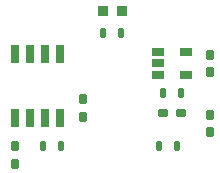
<source format=gtp>
%FSLAX46Y46*%
%MOMM*%
%AMPS12*
21,1,0.700000,1.000000,0.000000,0.000000,270.000000*
%
%ADD12PS12*%
%AMPS11*
21,1,0.800000,0.800000,0.000000,0.000000,0.000000*
%
%ADD11PS11*%
%AMPS15*
21,1,0.600000,1.500000,0.000000,0.000000,0.000000*
%
%ADD15PS15*%
%AMPS14*
21,1,0.600000,1.500000,0.000000,0.000000,180.000000*
%
%ADD14PS14*%
%AMPS13*
1,1,0.360000,0.195000,-0.220000*
1,1,0.360000,-0.195000,-0.220000*
21,1,0.800000,0.390000,0.000000,0.000000,90.000000*
21,1,0.440000,0.750000,0.000000,0.000000,90.000000*
1,1,0.360000,0.195000,0.220000*
1,1,0.360000,-0.195000,0.220000*
%
%ADD13PS13*%
%AMPS16*
1,1,0.360000,0.220000,0.195000*
1,1,0.360000,0.220000,-0.195000*
21,1,0.800000,0.390000,0.000000,0.000000,180.000000*
21,1,0.440000,0.750000,0.000000,0.000000,180.000000*
1,1,0.360000,-0.220000,0.195000*
1,1,0.360000,-0.220000,-0.195000*
%
%ADD16PS16*%
%AMPS18*
1,1,0.360000,-0.195000,0.220000*
1,1,0.360000,0.195000,0.220000*
21,1,0.800000,0.390000,0.000000,0.000000,270.000000*
21,1,0.440000,0.750000,0.000000,0.000000,270.000000*
1,1,0.360000,-0.195000,-0.220000*
1,1,0.360000,0.195000,-0.220000*
%
%ADD18PS18*%
%AMPS17*
1,1,0.240000,-0.130000,-0.330000*
1,1,0.240000,-0.130000,0.330000*
21,1,0.500000,0.660000,0.000000,0.000000,0.000000*
21,1,0.260000,0.900000,0.000000,0.000000,0.000000*
1,1,0.240000,0.130000,-0.330000*
1,1,0.240000,0.130000,0.330000*
%
%ADD17PS17*%
%AMPS10*
1,1,0.240000,0.130000,0.330000*
1,1,0.240000,0.130000,-0.330000*
21,1,0.500000,0.660000,0.000000,0.000000,180.000000*
21,1,0.260000,0.900000,0.000000,0.000000,180.000000*
1,1,0.240000,-0.130000,0.330000*
1,1,0.240000,-0.130000,-0.330000*
%
%ADD10PS10*%
G01*
G01*
%LPD*%
G75*
D10*
X-4330000Y4810000D03*
D10*
X-5830000Y4810000D03*
D11*
X-800000Y16240000D03*
D11*
X800000Y16240000D03*
D12*
X3880000Y11795000D03*
D12*
X6280000Y10845000D03*
D12*
X3880000Y12745000D03*
D12*
X6280000Y12745000D03*
D12*
X3880000Y10845000D03*
D13*
X8255000Y7465000D03*
D13*
X8255000Y5965000D03*
D10*
X5830000Y9255000D03*
D10*
X4330000Y9255000D03*
D14*
X-5715000Y12590000D03*
D14*
X-8255000Y12590000D03*
D15*
X-5715000Y7190000D03*
D14*
X-4445000Y12590000D03*
D14*
X-6985000Y12590000D03*
D15*
X-8255000Y7190000D03*
D15*
X-6985000Y7190000D03*
D15*
X-4445000Y7190000D03*
D10*
X5480000Y4810000D03*
D10*
X3980000Y4810000D03*
D16*
X4330000Y7604000D03*
D16*
X5830000Y7604000D03*
D13*
X-2500000Y8750000D03*
D13*
X-2500000Y7250000D03*
D17*
X-750000Y14335000D03*
D17*
X750000Y14335000D03*
D18*
X-8255000Y3310000D03*
D18*
X-8255000Y4810000D03*
D18*
X8255000Y11045000D03*
D18*
X8255000Y12545000D03*
M02*

</source>
